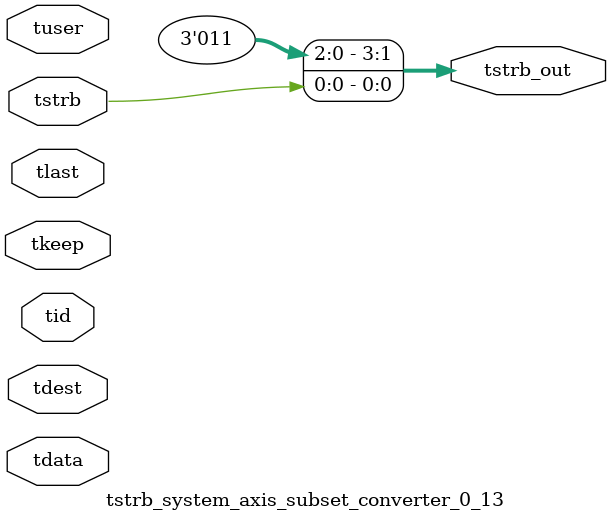
<source format=v>


`timescale 1ps/1ps

module tstrb_system_axis_subset_converter_0_13 #
(
parameter C_S_AXIS_TDATA_WIDTH = 32,
parameter C_S_AXIS_TUSER_WIDTH = 0,
parameter C_S_AXIS_TID_WIDTH   = 0,
parameter C_S_AXIS_TDEST_WIDTH = 0,
parameter C_M_AXIS_TDATA_WIDTH = 32
)
(
input  [(C_S_AXIS_TDATA_WIDTH == 0 ? 1 : C_S_AXIS_TDATA_WIDTH)-1:0     ] tdata,
input  [(C_S_AXIS_TUSER_WIDTH == 0 ? 1 : C_S_AXIS_TUSER_WIDTH)-1:0     ] tuser,
input  [(C_S_AXIS_TID_WIDTH   == 0 ? 1 : C_S_AXIS_TID_WIDTH)-1:0       ] tid,
input  [(C_S_AXIS_TDEST_WIDTH == 0 ? 1 : C_S_AXIS_TDEST_WIDTH)-1:0     ] tdest,
input  [(C_S_AXIS_TDATA_WIDTH/8)-1:0 ] tkeep,
input  [(C_S_AXIS_TDATA_WIDTH/8)-1:0 ] tstrb,
input                                                                    tlast,
output [(C_M_AXIS_TDATA_WIDTH/8)-1:0 ] tstrb_out
);

assign tstrb_out = {2'b11,tstrb[0:0]};

endmodule


</source>
